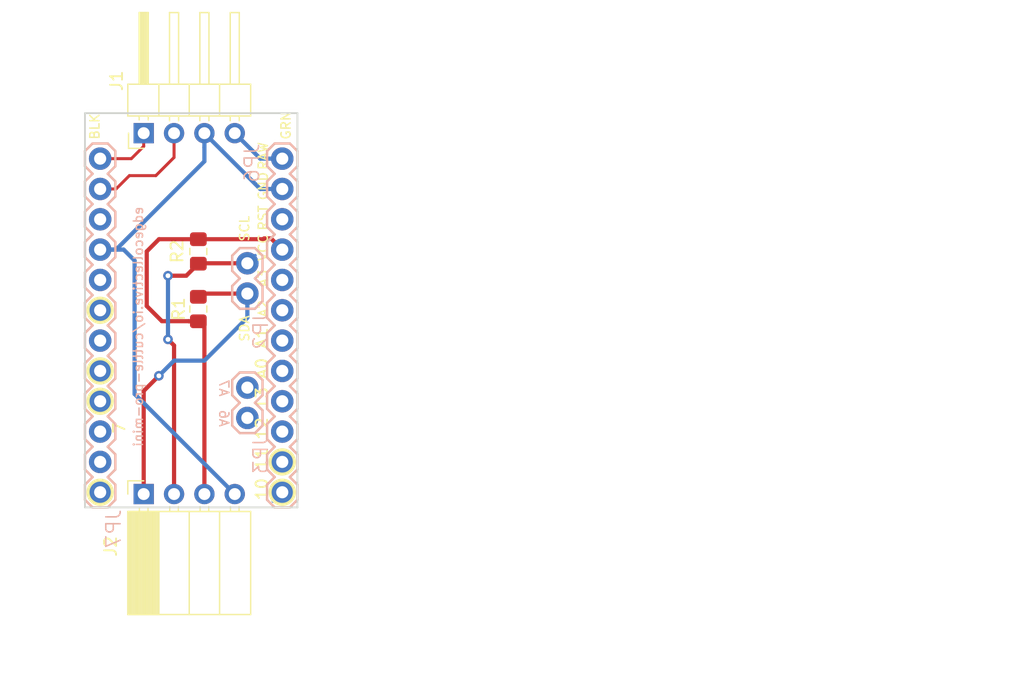
<source format=kicad_pcb>
(kicad_pcb (version 20171130) (host pcbnew 5.0.2-bee76a0~70~ubuntu18.04.1)

  (general
    (thickness 1.6)
    (drawings 38)
    (tracks 66)
    (zones 0)
    (modules 8)
    (nets 9)
  )

  (page A4)
  (layers
    (0 Top signal)
    (31 Bottom signal)
    (32 B.Adhes user)
    (33 F.Adhes user)
    (34 B.Paste user)
    (35 F.Paste user)
    (36 B.SilkS user)
    (37 F.SilkS user)
    (38 B.Mask user)
    (39 F.Mask user)
    (40 Dwgs.User user)
    (41 Cmts.User user)
    (42 Eco1.User user)
    (43 Eco2.User user)
    (44 Edge.Cuts user)
    (45 Margin user)
    (46 B.CrtYd user)
    (47 F.CrtYd user)
    (48 B.Fab user)
    (49 F.Fab user)
  )

  (setup
    (last_trace_width 0.35)
    (user_trace_width 0.35)
    (trace_clearance 0.2)
    (zone_clearance 0.508)
    (zone_45_only no)
    (trace_min 0.2)
    (segment_width 0.2)
    (edge_width 0.15)
    (via_size 0.8)
    (via_drill 0.4)
    (via_min_size 0.4)
    (via_min_drill 0.3)
    (uvia_size 0.3)
    (uvia_drill 0.1)
    (uvias_allowed no)
    (uvia_min_size 0.2)
    (uvia_min_drill 0.1)
    (pcb_text_width 0.3)
    (pcb_text_size 1.5 1.5)
    (mod_edge_width 0.15)
    (mod_text_size 1 1)
    (mod_text_width 0.15)
    (pad_size 1.524 1.524)
    (pad_drill 0.762)
    (pad_to_mask_clearance 0.051)
    (solder_mask_min_width 0.25)
    (aux_axis_origin 0 0)
    (visible_elements FFFFFF7F)
    (pcbplotparams
      (layerselection 0x010fc_ffffffff)
      (usegerberextensions false)
      (usegerberattributes false)
      (usegerberadvancedattributes false)
      (creategerberjobfile false)
      (excludeedgelayer true)
      (linewidth 0.100000)
      (plotframeref false)
      (viasonmask false)
      (mode 1)
      (useauxorigin false)
      (hpglpennumber 1)
      (hpglpenspeed 20)
      (hpglpendiameter 15.000000)
      (psnegative false)
      (psa4output false)
      (plotreference true)
      (plotvalue true)
      (plotinvisibletext false)
      (padsonsilk false)
      (subtractmaskfromsilk false)
      (outputformat 1)
      (mirror false)
      (drillshape 1)
      (scaleselection 1)
      (outputdirectory ""))
  )

  (net 0 "")
  (net 1 GND)
  (net 2 3.3V)
  (net 3 /RESET)
  (net 4 RX)
  (net 5 TX)
  (net 6 SDA)
  (net 7 SCL)
  (net 8 VIN)

  (net_class Default "This is the default net class."
    (clearance 0.2)
    (trace_width 0.25)
    (via_dia 0.8)
    (via_drill 0.4)
    (uvia_dia 0.3)
    (uvia_drill 0.1)
    (add_net /RESET)
    (add_net 3.3V)
    (add_net GND)
    (add_net RX)
    (add_net SCL)
    (add_net SDA)
    (add_net TX)
    (add_net VIN)
  )

  (module Arduino-Pro-Mini:1X12 (layer Bottom) (tedit 5CEB4597) (tstamp 5CEB39D2)
    (at 156.1211 92.3036 270)
    (path /DD40F71C7F37E81D)
    (fp_text reference JP6 (at -1.3462 1.8288 270) (layer B.SilkS)
      (effects (font (size 1.2065 1.2065) (thickness 0.127)) (justify left bottom mirror))
    )
    (fp_text value M12PTH (at -1.27 -3.175 270) (layer B.Fab)
      (effects (font (size 1.2065 1.2065) (thickness 0.1016)) (justify left bottom mirror))
    )
    (fp_poly (pts (xy 27.686 -0.254) (xy 28.194 -0.254) (xy 28.194 0.254) (xy 27.686 0.254)) (layer B.Fab) (width 0))
    (fp_poly (pts (xy 25.146 -0.254) (xy 25.654 -0.254) (xy 25.654 0.254) (xy 25.146 0.254)) (layer B.Fab) (width 0))
    (fp_poly (pts (xy 22.606 -0.254) (xy 23.114 -0.254) (xy 23.114 0.254) (xy 22.606 0.254)) (layer B.Fab) (width 0))
    (fp_poly (pts (xy 20.066 -0.254) (xy 20.574 -0.254) (xy 20.574 0.254) (xy 20.066 0.254)) (layer B.Fab) (width 0))
    (fp_poly (pts (xy 17.526 -0.254) (xy 18.034 -0.254) (xy 18.034 0.254) (xy 17.526 0.254)) (layer B.Fab) (width 0))
    (fp_poly (pts (xy -0.254 -0.254) (xy 0.254 -0.254) (xy 0.254 0.254) (xy -0.254 0.254)) (layer B.Fab) (width 0))
    (fp_poly (pts (xy 2.286 -0.254) (xy 2.794 -0.254) (xy 2.794 0.254) (xy 2.286 0.254)) (layer B.Fab) (width 0))
    (fp_poly (pts (xy 4.826 -0.254) (xy 5.334 -0.254) (xy 5.334 0.254) (xy 4.826 0.254)) (layer B.Fab) (width 0))
    (fp_poly (pts (xy 7.366 -0.254) (xy 7.874 -0.254) (xy 7.874 0.254) (xy 7.366 0.254)) (layer B.Fab) (width 0))
    (fp_poly (pts (xy 9.906 -0.254) (xy 10.414 -0.254) (xy 10.414 0.254) (xy 9.906 0.254)) (layer B.Fab) (width 0))
    (fp_poly (pts (xy 12.446 -0.254) (xy 12.954 -0.254) (xy 12.954 0.254) (xy 12.446 0.254)) (layer B.Fab) (width 0))
    (fp_poly (pts (xy 14.986 -0.254) (xy 15.494 -0.254) (xy 15.494 0.254) (xy 14.986 0.254)) (layer B.Fab) (width 0))
    (fp_line (start 28.575 -1.27) (end 27.305 -1.27) (layer B.SilkS) (width 0.2032))
    (fp_line (start 26.67 -0.635) (end 27.305 -1.27) (layer B.SilkS) (width 0.2032))
    (fp_line (start 27.305 1.27) (end 26.67 0.635) (layer B.SilkS) (width 0.2032))
    (fp_line (start 29.21 -0.635) (end 28.575 -1.27) (layer B.SilkS) (width 0.2032))
    (fp_line (start 29.21 0.635) (end 29.21 -0.635) (layer B.SilkS) (width 0.2032))
    (fp_line (start 28.575 1.27) (end 29.21 0.635) (layer B.SilkS) (width 0.2032))
    (fp_line (start 27.305 1.27) (end 28.575 1.27) (layer B.SilkS) (width 0.2032))
    (fp_line (start 26.035 -1.27) (end 24.765 -1.27) (layer B.SilkS) (width 0.2032))
    (fp_line (start 24.13 -0.635) (end 24.765 -1.27) (layer B.SilkS) (width 0.2032))
    (fp_line (start 24.765 1.27) (end 24.13 0.635) (layer B.SilkS) (width 0.2032))
    (fp_line (start 26.67 -0.635) (end 26.035 -1.27) (layer B.SilkS) (width 0.2032))
    (fp_line (start 26.035 1.27) (end 26.67 0.635) (layer B.SilkS) (width 0.2032))
    (fp_line (start 24.765 1.27) (end 26.035 1.27) (layer B.SilkS) (width 0.2032))
    (fp_line (start 23.495 -1.27) (end 22.225 -1.27) (layer B.SilkS) (width 0.2032))
    (fp_line (start 21.59 -0.635) (end 22.225 -1.27) (layer B.SilkS) (width 0.2032))
    (fp_line (start 22.225 1.27) (end 21.59 0.635) (layer B.SilkS) (width 0.2032))
    (fp_line (start 24.13 -0.635) (end 23.495 -1.27) (layer B.SilkS) (width 0.2032))
    (fp_line (start 23.495 1.27) (end 24.13 0.635) (layer B.SilkS) (width 0.2032))
    (fp_line (start 22.225 1.27) (end 23.495 1.27) (layer B.SilkS) (width 0.2032))
    (fp_line (start 20.955 -1.27) (end 19.685 -1.27) (layer B.SilkS) (width 0.2032))
    (fp_line (start 19.05 -0.635) (end 19.685 -1.27) (layer B.SilkS) (width 0.2032))
    (fp_line (start 19.685 1.27) (end 19.05 0.635) (layer B.SilkS) (width 0.2032))
    (fp_line (start 21.59 -0.635) (end 20.955 -1.27) (layer B.SilkS) (width 0.2032))
    (fp_line (start 20.955 1.27) (end 21.59 0.635) (layer B.SilkS) (width 0.2032))
    (fp_line (start 19.685 1.27) (end 20.955 1.27) (layer B.SilkS) (width 0.2032))
    (fp_line (start 18.415 -1.27) (end 17.145 -1.27) (layer B.SilkS) (width 0.2032))
    (fp_line (start 16.51 -0.635) (end 17.145 -1.27) (layer B.SilkS) (width 0.2032))
    (fp_line (start 17.145 1.27) (end 16.51 0.635) (layer B.SilkS) (width 0.2032))
    (fp_line (start 19.05 -0.635) (end 18.415 -1.27) (layer B.SilkS) (width 0.2032))
    (fp_line (start 18.415 1.27) (end 19.05 0.635) (layer B.SilkS) (width 0.2032))
    (fp_line (start 17.145 1.27) (end 18.415 1.27) (layer B.SilkS) (width 0.2032))
    (fp_line (start 0.635 -1.27) (end -0.635 -1.27) (layer B.SilkS) (width 0.2032))
    (fp_line (start -1.27 -0.635) (end -0.635 -1.27) (layer B.SilkS) (width 0.2032))
    (fp_line (start -0.635 1.27) (end -1.27 0.635) (layer B.SilkS) (width 0.2032))
    (fp_line (start -1.27 0.635) (end -1.27 -0.635) (layer B.SilkS) (width 0.2032))
    (fp_line (start 1.905 -1.27) (end 1.27 -0.635) (layer B.SilkS) (width 0.2032))
    (fp_line (start 3.175 -1.27) (end 1.905 -1.27) (layer B.SilkS) (width 0.2032))
    (fp_line (start 3.81 -0.635) (end 3.175 -1.27) (layer B.SilkS) (width 0.2032))
    (fp_line (start 3.175 1.27) (end 3.81 0.635) (layer B.SilkS) (width 0.2032))
    (fp_line (start 1.905 1.27) (end 3.175 1.27) (layer B.SilkS) (width 0.2032))
    (fp_line (start 1.27 0.635) (end 1.905 1.27) (layer B.SilkS) (width 0.2032))
    (fp_line (start 1.27 -0.635) (end 0.635 -1.27) (layer B.SilkS) (width 0.2032))
    (fp_line (start 0.635 1.27) (end 1.27 0.635) (layer B.SilkS) (width 0.2032))
    (fp_line (start -0.635 1.27) (end 0.635 1.27) (layer B.SilkS) (width 0.2032))
    (fp_line (start 8.255 -1.27) (end 6.985 -1.27) (layer B.SilkS) (width 0.2032))
    (fp_line (start 6.35 -0.635) (end 6.985 -1.27) (layer B.SilkS) (width 0.2032))
    (fp_line (start 6.985 1.27) (end 6.35 0.635) (layer B.SilkS) (width 0.2032))
    (fp_line (start 4.445 -1.27) (end 3.81 -0.635) (layer B.SilkS) (width 0.2032))
    (fp_line (start 5.715 -1.27) (end 4.445 -1.27) (layer B.SilkS) (width 0.2032))
    (fp_line (start 6.35 -0.635) (end 5.715 -1.27) (layer B.SilkS) (width 0.2032))
    (fp_line (start 5.715 1.27) (end 6.35 0.635) (layer B.SilkS) (width 0.2032))
    (fp_line (start 4.445 1.27) (end 5.715 1.27) (layer B.SilkS) (width 0.2032))
    (fp_line (start 3.81 0.635) (end 4.445 1.27) (layer B.SilkS) (width 0.2032))
    (fp_line (start 9.525 -1.27) (end 8.89 -0.635) (layer B.SilkS) (width 0.2032))
    (fp_line (start 10.795 -1.27) (end 9.525 -1.27) (layer B.SilkS) (width 0.2032))
    (fp_line (start 11.43 -0.635) (end 10.795 -1.27) (layer B.SilkS) (width 0.2032))
    (fp_line (start 10.795 1.27) (end 11.43 0.635) (layer B.SilkS) (width 0.2032))
    (fp_line (start 9.525 1.27) (end 10.795 1.27) (layer B.SilkS) (width 0.2032))
    (fp_line (start 8.89 0.635) (end 9.525 1.27) (layer B.SilkS) (width 0.2032))
    (fp_line (start 8.89 -0.635) (end 8.255 -1.27) (layer B.SilkS) (width 0.2032))
    (fp_line (start 8.255 1.27) (end 8.89 0.635) (layer B.SilkS) (width 0.2032))
    (fp_line (start 6.985 1.27) (end 8.255 1.27) (layer B.SilkS) (width 0.2032))
    (fp_line (start 15.875 -1.27) (end 14.605 -1.27) (layer B.SilkS) (width 0.2032))
    (fp_line (start 13.97 -0.635) (end 14.605 -1.27) (layer B.SilkS) (width 0.2032))
    (fp_line (start 14.605 1.27) (end 13.97 0.635) (layer B.SilkS) (width 0.2032))
    (fp_line (start 12.065 -1.27) (end 11.43 -0.635) (layer B.SilkS) (width 0.2032))
    (fp_line (start 13.335 -1.27) (end 12.065 -1.27) (layer B.SilkS) (width 0.2032))
    (fp_line (start 13.97 -0.635) (end 13.335 -1.27) (layer B.SilkS) (width 0.2032))
    (fp_line (start 13.335 1.27) (end 13.97 0.635) (layer B.SilkS) (width 0.2032))
    (fp_line (start 12.065 1.27) (end 13.335 1.27) (layer B.SilkS) (width 0.2032))
    (fp_line (start 11.43 0.635) (end 12.065 1.27) (layer B.SilkS) (width 0.2032))
    (fp_line (start 16.51 -0.635) (end 15.875 -1.27) (layer B.SilkS) (width 0.2032))
    (fp_line (start 15.875 1.27) (end 16.51 0.635) (layer B.SilkS) (width 0.2032))
    (fp_line (start 14.605 1.27) (end 15.875 1.27) (layer B.SilkS) (width 0.2032))
    (pad 12 thru_hole circle (at 27.94 0 180) (size 1.8796 1.8796) (drill 1.016) (layers *.Cu *.Mask)
      (solder_mask_margin 0.1016))
    (pad 11 thru_hole circle (at 25.4 0 180) (size 1.8796 1.8796) (drill 1.016) (layers *.Cu *.Mask)
      (solder_mask_margin 0.1016))
    (pad 10 thru_hole circle (at 22.86 0 180) (size 1.8796 1.8796) (drill 1.016) (layers *.Cu *.Mask)
      (solder_mask_margin 0.1016))
    (pad 9 thru_hole circle (at 20.32 0 180) (size 1.8796 1.8796) (drill 1.016) (layers *.Cu *.Mask)
      (solder_mask_margin 0.1016))
    (pad 8 thru_hole circle (at 17.78 0 180) (size 1.8796 1.8796) (drill 1.016) (layers *.Cu *.Mask)
      (solder_mask_margin 0.1016))
    (pad 7 thru_hole circle (at 15.24 0 180) (size 1.8796 1.8796) (drill 1.016) (layers *.Cu *.Mask)
      (solder_mask_margin 0.1016))
    (pad 6 thru_hole circle (at 12.7 0 180) (size 1.8796 1.8796) (drill 1.016) (layers *.Cu *.Mask)
      (solder_mask_margin 0.1016))
    (pad 5 thru_hole circle (at 10.16 0 180) (size 1.8796 1.8796) (drill 1.016) (layers *.Cu *.Mask)
      (solder_mask_margin 0.1016))
    (pad 4 thru_hole circle (at 7.62 0 180) (size 1.8796 1.8796) (drill 1.016) (layers *.Cu *.Mask)
      (net 2 3.3V) (solder_mask_margin 0.1016))
    (pad 3 thru_hole circle (at 5.08 0 180) (size 1.8796 1.8796) (drill 1.016) (layers *.Cu *.Mask)
      (net 3 /RESET) (solder_mask_margin 0.1016))
    (pad 2 thru_hole circle (at 2.54 0 180) (size 1.8796 1.8796) (drill 1.016) (layers *.Cu *.Mask)
      (net 1 GND) (solder_mask_margin 0.1016))
    (pad 1 thru_hole circle (at 0 0 180) (size 1.8796 1.8796) (drill 1.016) (layers *.Cu *.Mask)
      (net 8 VIN) (solder_mask_margin 0.1016))
  )

  (module Arduino-Pro-Mini:1X12 (layer Bottom) (tedit 0) (tstamp 5CEB3A37)
    (at 140.8811 120.2436 90)
    (path /72C1CFEF600E0B9C)
    (fp_text reference JP7 (at -1.3462 1.8288 90) (layer B.SilkS)
      (effects (font (size 1.2065 1.2065) (thickness 0.127)) (justify left bottom mirror))
    )
    (fp_text value M12PTH (at -1.27 -3.175 90) (layer B.Fab)
      (effects (font (size 1.2065 1.2065) (thickness 0.1016)) (justify left bottom mirror))
    )
    (fp_poly (pts (xy 27.686 -0.254) (xy 28.194 -0.254) (xy 28.194 0.254) (xy 27.686 0.254)) (layer B.Fab) (width 0))
    (fp_poly (pts (xy 25.146 -0.254) (xy 25.654 -0.254) (xy 25.654 0.254) (xy 25.146 0.254)) (layer B.Fab) (width 0))
    (fp_poly (pts (xy 22.606 -0.254) (xy 23.114 -0.254) (xy 23.114 0.254) (xy 22.606 0.254)) (layer B.Fab) (width 0))
    (fp_poly (pts (xy 20.066 -0.254) (xy 20.574 -0.254) (xy 20.574 0.254) (xy 20.066 0.254)) (layer B.Fab) (width 0))
    (fp_poly (pts (xy 17.526 -0.254) (xy 18.034 -0.254) (xy 18.034 0.254) (xy 17.526 0.254)) (layer B.Fab) (width 0))
    (fp_poly (pts (xy -0.254 -0.254) (xy 0.254 -0.254) (xy 0.254 0.254) (xy -0.254 0.254)) (layer B.Fab) (width 0))
    (fp_poly (pts (xy 2.286 -0.254) (xy 2.794 -0.254) (xy 2.794 0.254) (xy 2.286 0.254)) (layer B.Fab) (width 0))
    (fp_poly (pts (xy 4.826 -0.254) (xy 5.334 -0.254) (xy 5.334 0.254) (xy 4.826 0.254)) (layer B.Fab) (width 0))
    (fp_poly (pts (xy 7.366 -0.254) (xy 7.874 -0.254) (xy 7.874 0.254) (xy 7.366 0.254)) (layer B.Fab) (width 0))
    (fp_poly (pts (xy 9.906 -0.254) (xy 10.414 -0.254) (xy 10.414 0.254) (xy 9.906 0.254)) (layer B.Fab) (width 0))
    (fp_poly (pts (xy 12.446 -0.254) (xy 12.954 -0.254) (xy 12.954 0.254) (xy 12.446 0.254)) (layer B.Fab) (width 0))
    (fp_poly (pts (xy 14.986 -0.254) (xy 15.494 -0.254) (xy 15.494 0.254) (xy 14.986 0.254)) (layer B.Fab) (width 0))
    (fp_line (start 28.575 -1.27) (end 27.305 -1.27) (layer B.SilkS) (width 0.2032))
    (fp_line (start 26.67 -0.635) (end 27.305 -1.27) (layer B.SilkS) (width 0.2032))
    (fp_line (start 27.305 1.27) (end 26.67 0.635) (layer B.SilkS) (width 0.2032))
    (fp_line (start 29.21 -0.635) (end 28.575 -1.27) (layer B.SilkS) (width 0.2032))
    (fp_line (start 29.21 0.635) (end 29.21 -0.635) (layer B.SilkS) (width 0.2032))
    (fp_line (start 28.575 1.27) (end 29.21 0.635) (layer B.SilkS) (width 0.2032))
    (fp_line (start 27.305 1.27) (end 28.575 1.27) (layer B.SilkS) (width 0.2032))
    (fp_line (start 26.035 -1.27) (end 24.765 -1.27) (layer B.SilkS) (width 0.2032))
    (fp_line (start 24.13 -0.635) (end 24.765 -1.27) (layer B.SilkS) (width 0.2032))
    (fp_line (start 24.765 1.27) (end 24.13 0.635) (layer B.SilkS) (width 0.2032))
    (fp_line (start 26.67 -0.635) (end 26.035 -1.27) (layer B.SilkS) (width 0.2032))
    (fp_line (start 26.035 1.27) (end 26.67 0.635) (layer B.SilkS) (width 0.2032))
    (fp_line (start 24.765 1.27) (end 26.035 1.27) (layer B.SilkS) (width 0.2032))
    (fp_line (start 23.495 -1.27) (end 22.225 -1.27) (layer B.SilkS) (width 0.2032))
    (fp_line (start 21.59 -0.635) (end 22.225 -1.27) (layer B.SilkS) (width 0.2032))
    (fp_line (start 22.225 1.27) (end 21.59 0.635) (layer B.SilkS) (width 0.2032))
    (fp_line (start 24.13 -0.635) (end 23.495 -1.27) (layer B.SilkS) (width 0.2032))
    (fp_line (start 23.495 1.27) (end 24.13 0.635) (layer B.SilkS) (width 0.2032))
    (fp_line (start 22.225 1.27) (end 23.495 1.27) (layer B.SilkS) (width 0.2032))
    (fp_line (start 20.955 -1.27) (end 19.685 -1.27) (layer B.SilkS) (width 0.2032))
    (fp_line (start 19.05 -0.635) (end 19.685 -1.27) (layer B.SilkS) (width 0.2032))
    (fp_line (start 19.685 1.27) (end 19.05 0.635) (layer B.SilkS) (width 0.2032))
    (fp_line (start 21.59 -0.635) (end 20.955 -1.27) (layer B.SilkS) (width 0.2032))
    (fp_line (start 20.955 1.27) (end 21.59 0.635) (layer B.SilkS) (width 0.2032))
    (fp_line (start 19.685 1.27) (end 20.955 1.27) (layer B.SilkS) (width 0.2032))
    (fp_line (start 18.415 -1.27) (end 17.145 -1.27) (layer B.SilkS) (width 0.2032))
    (fp_line (start 16.51 -0.635) (end 17.145 -1.27) (layer B.SilkS) (width 0.2032))
    (fp_line (start 17.145 1.27) (end 16.51 0.635) (layer B.SilkS) (width 0.2032))
    (fp_line (start 19.05 -0.635) (end 18.415 -1.27) (layer B.SilkS) (width 0.2032))
    (fp_line (start 18.415 1.27) (end 19.05 0.635) (layer B.SilkS) (width 0.2032))
    (fp_line (start 17.145 1.27) (end 18.415 1.27) (layer B.SilkS) (width 0.2032))
    (fp_line (start 0.635 -1.27) (end -0.635 -1.27) (layer B.SilkS) (width 0.2032))
    (fp_line (start -1.27 -0.635) (end -0.635 -1.27) (layer B.SilkS) (width 0.2032))
    (fp_line (start -0.635 1.27) (end -1.27 0.635) (layer B.SilkS) (width 0.2032))
    (fp_line (start -1.27 0.635) (end -1.27 -0.635) (layer B.SilkS) (width 0.2032))
    (fp_line (start 1.905 -1.27) (end 1.27 -0.635) (layer B.SilkS) (width 0.2032))
    (fp_line (start 3.175 -1.27) (end 1.905 -1.27) (layer B.SilkS) (width 0.2032))
    (fp_line (start 3.81 -0.635) (end 3.175 -1.27) (layer B.SilkS) (width 0.2032))
    (fp_line (start 3.175 1.27) (end 3.81 0.635) (layer B.SilkS) (width 0.2032))
    (fp_line (start 1.905 1.27) (end 3.175 1.27) (layer B.SilkS) (width 0.2032))
    (fp_line (start 1.27 0.635) (end 1.905 1.27) (layer B.SilkS) (width 0.2032))
    (fp_line (start 1.27 -0.635) (end 0.635 -1.27) (layer B.SilkS) (width 0.2032))
    (fp_line (start 0.635 1.27) (end 1.27 0.635) (layer B.SilkS) (width 0.2032))
    (fp_line (start -0.635 1.27) (end 0.635 1.27) (layer B.SilkS) (width 0.2032))
    (fp_line (start 8.255 -1.27) (end 6.985 -1.27) (layer B.SilkS) (width 0.2032))
    (fp_line (start 6.35 -0.635) (end 6.985 -1.27) (layer B.SilkS) (width 0.2032))
    (fp_line (start 6.985 1.27) (end 6.35 0.635) (layer B.SilkS) (width 0.2032))
    (fp_line (start 4.445 -1.27) (end 3.81 -0.635) (layer B.SilkS) (width 0.2032))
    (fp_line (start 5.715 -1.27) (end 4.445 -1.27) (layer B.SilkS) (width 0.2032))
    (fp_line (start 6.35 -0.635) (end 5.715 -1.27) (layer B.SilkS) (width 0.2032))
    (fp_line (start 5.715 1.27) (end 6.35 0.635) (layer B.SilkS) (width 0.2032))
    (fp_line (start 4.445 1.27) (end 5.715 1.27) (layer B.SilkS) (width 0.2032))
    (fp_line (start 3.81 0.635) (end 4.445 1.27) (layer B.SilkS) (width 0.2032))
    (fp_line (start 9.525 -1.27) (end 8.89 -0.635) (layer B.SilkS) (width 0.2032))
    (fp_line (start 10.795 -1.27) (end 9.525 -1.27) (layer B.SilkS) (width 0.2032))
    (fp_line (start 11.43 -0.635) (end 10.795 -1.27) (layer B.SilkS) (width 0.2032))
    (fp_line (start 10.795 1.27) (end 11.43 0.635) (layer B.SilkS) (width 0.2032))
    (fp_line (start 9.525 1.27) (end 10.795 1.27) (layer B.SilkS) (width 0.2032))
    (fp_line (start 8.89 0.635) (end 9.525 1.27) (layer B.SilkS) (width 0.2032))
    (fp_line (start 8.89 -0.635) (end 8.255 -1.27) (layer B.SilkS) (width 0.2032))
    (fp_line (start 8.255 1.27) (end 8.89 0.635) (layer B.SilkS) (width 0.2032))
    (fp_line (start 6.985 1.27) (end 8.255 1.27) (layer B.SilkS) (width 0.2032))
    (fp_line (start 15.875 -1.27) (end 14.605 -1.27) (layer B.SilkS) (width 0.2032))
    (fp_line (start 13.97 -0.635) (end 14.605 -1.27) (layer B.SilkS) (width 0.2032))
    (fp_line (start 14.605 1.27) (end 13.97 0.635) (layer B.SilkS) (width 0.2032))
    (fp_line (start 12.065 -1.27) (end 11.43 -0.635) (layer B.SilkS) (width 0.2032))
    (fp_line (start 13.335 -1.27) (end 12.065 -1.27) (layer B.SilkS) (width 0.2032))
    (fp_line (start 13.97 -0.635) (end 13.335 -1.27) (layer B.SilkS) (width 0.2032))
    (fp_line (start 13.335 1.27) (end 13.97 0.635) (layer B.SilkS) (width 0.2032))
    (fp_line (start 12.065 1.27) (end 13.335 1.27) (layer B.SilkS) (width 0.2032))
    (fp_line (start 11.43 0.635) (end 12.065 1.27) (layer B.SilkS) (width 0.2032))
    (fp_line (start 16.51 -0.635) (end 15.875 -1.27) (layer B.SilkS) (width 0.2032))
    (fp_line (start 15.875 1.27) (end 16.51 0.635) (layer B.SilkS) (width 0.2032))
    (fp_line (start 14.605 1.27) (end 15.875 1.27) (layer B.SilkS) (width 0.2032))
    (pad 12 thru_hole circle (at 27.94 0) (size 1.8796 1.8796) (drill 1.016) (layers *.Cu *.Mask)
      (net 5 TX) (solder_mask_margin 0.1016))
    (pad 11 thru_hole circle (at 25.4 0) (size 1.8796 1.8796) (drill 1.016) (layers *.Cu *.Mask)
      (net 4 RX) (solder_mask_margin 0.1016))
    (pad 10 thru_hole circle (at 22.86 0) (size 1.8796 1.8796) (drill 1.016) (layers *.Cu *.Mask)
      (net 3 /RESET) (solder_mask_margin 0.1016))
    (pad 9 thru_hole circle (at 20.32 0) (size 1.8796 1.8796) (drill 1.016) (layers *.Cu *.Mask)
      (net 1 GND) (solder_mask_margin 0.1016))
    (pad 8 thru_hole circle (at 17.78 0) (size 1.8796 1.8796) (drill 1.016) (layers *.Cu *.Mask)
      (solder_mask_margin 0.1016))
    (pad 7 thru_hole circle (at 15.24 0) (size 1.8796 1.8796) (drill 1.016) (layers *.Cu *.Mask)
      (solder_mask_margin 0.1016))
    (pad 6 thru_hole circle (at 12.7 0) (size 1.8796 1.8796) (drill 1.016) (layers *.Cu *.Mask)
      (solder_mask_margin 0.1016))
    (pad 5 thru_hole circle (at 10.16 0) (size 1.8796 1.8796) (drill 1.016) (layers *.Cu *.Mask)
      (solder_mask_margin 0.1016))
    (pad 4 thru_hole circle (at 7.62 0) (size 1.8796 1.8796) (drill 1.016) (layers *.Cu *.Mask)
      (solder_mask_margin 0.1016))
    (pad 3 thru_hole circle (at 5.08 0) (size 1.8796 1.8796) (drill 1.016) (layers *.Cu *.Mask)
      (solder_mask_margin 0.1016))
    (pad 2 thru_hole circle (at 2.54 0) (size 1.8796 1.8796) (drill 1.016) (layers *.Cu *.Mask)
      (solder_mask_margin 0.1016))
    (pad 1 thru_hole circle (at 0 0) (size 1.8796 1.8796) (drill 1.016) (layers *.Cu *.Mask)
      (solder_mask_margin 0.1016))
  )

  (module Arduino-Pro-Mini:1X02 (layer Bottom) (tedit 0) (tstamp 5CEB3AA0)
    (at 153.2001 103.6066 90)
    (path /4804D7FCFA93C76E)
    (fp_text reference JP2 (at -1.3462 1.8288 90) (layer B.SilkS)
      (effects (font (size 1.2065 1.2065) (thickness 0.127)) (justify left bottom mirror))
    )
    (fp_text value M02PTH (at -1.27 -3.175 90) (layer B.Fab)
      (effects (font (size 1.2065 1.2065) (thickness 0.1016)) (justify left bottom mirror))
    )
    (fp_poly (pts (xy -0.254 -0.254) (xy 0.254 -0.254) (xy 0.254 0.254) (xy -0.254 0.254)) (layer B.Fab) (width 0))
    (fp_poly (pts (xy 2.286 -0.254) (xy 2.794 -0.254) (xy 2.794 0.254) (xy 2.286 0.254)) (layer B.Fab) (width 0))
    (fp_line (start 3.81 0.635) (end 3.81 -0.635) (layer B.SilkS) (width 0.2032))
    (fp_line (start 0.635 -1.27) (end -0.635 -1.27) (layer B.SilkS) (width 0.2032))
    (fp_line (start -1.27 -0.635) (end -0.635 -1.27) (layer B.SilkS) (width 0.2032))
    (fp_line (start -0.635 1.27) (end -1.27 0.635) (layer B.SilkS) (width 0.2032))
    (fp_line (start -1.27 0.635) (end -1.27 -0.635) (layer B.SilkS) (width 0.2032))
    (fp_line (start 1.905 -1.27) (end 1.27 -0.635) (layer B.SilkS) (width 0.2032))
    (fp_line (start 3.175 -1.27) (end 1.905 -1.27) (layer B.SilkS) (width 0.2032))
    (fp_line (start 3.81 -0.635) (end 3.175 -1.27) (layer B.SilkS) (width 0.2032))
    (fp_line (start 3.175 1.27) (end 3.81 0.635) (layer B.SilkS) (width 0.2032))
    (fp_line (start 1.905 1.27) (end 3.175 1.27) (layer B.SilkS) (width 0.2032))
    (fp_line (start 1.27 0.635) (end 1.905 1.27) (layer B.SilkS) (width 0.2032))
    (fp_line (start 1.27 -0.635) (end 0.635 -1.27) (layer B.SilkS) (width 0.2032))
    (fp_line (start 0.635 1.27) (end 1.27 0.635) (layer B.SilkS) (width 0.2032))
    (fp_line (start -0.635 1.27) (end 0.635 1.27) (layer B.SilkS) (width 0.2032))
    (pad 2 thru_hole circle (at 2.54 0) (size 1.8796 1.8796) (drill 1.016) (layers *.Cu *.Mask)
      (net 7 SCL) (solder_mask_margin 0.1016))
    (pad 1 thru_hole circle (at 0 0) (size 1.8796 1.8796) (drill 1.016) (layers *.Cu *.Mask)
      (net 6 SDA) (solder_mask_margin 0.1016))
  )

  (module Arduino-Pro-Mini:1X02 (layer Bottom) (tedit 0) (tstamp 5CEB3B94)
    (at 153.2001 114.0206 90)
    (path /CD71B194ACD8E5B6)
    (fp_text reference JP3 (at -1.3462 1.8288 90) (layer B.SilkS)
      (effects (font (size 1.2065 1.2065) (thickness 0.127)) (justify left bottom mirror))
    )
    (fp_text value M02PTH (at -1.27 -3.175 90) (layer B.Fab)
      (effects (font (size 1.2065 1.2065) (thickness 0.1016)) (justify left bottom mirror))
    )
    (fp_poly (pts (xy -0.254 -0.254) (xy 0.254 -0.254) (xy 0.254 0.254) (xy -0.254 0.254)) (layer B.Fab) (width 0))
    (fp_poly (pts (xy 2.286 -0.254) (xy 2.794 -0.254) (xy 2.794 0.254) (xy 2.286 0.254)) (layer B.Fab) (width 0))
    (fp_line (start 3.81 0.635) (end 3.81 -0.635) (layer B.SilkS) (width 0.2032))
    (fp_line (start 0.635 -1.27) (end -0.635 -1.27) (layer B.SilkS) (width 0.2032))
    (fp_line (start -1.27 -0.635) (end -0.635 -1.27) (layer B.SilkS) (width 0.2032))
    (fp_line (start -0.635 1.27) (end -1.27 0.635) (layer B.SilkS) (width 0.2032))
    (fp_line (start -1.27 0.635) (end -1.27 -0.635) (layer B.SilkS) (width 0.2032))
    (fp_line (start 1.905 -1.27) (end 1.27 -0.635) (layer B.SilkS) (width 0.2032))
    (fp_line (start 3.175 -1.27) (end 1.905 -1.27) (layer B.SilkS) (width 0.2032))
    (fp_line (start 3.81 -0.635) (end 3.175 -1.27) (layer B.SilkS) (width 0.2032))
    (fp_line (start 3.175 1.27) (end 3.81 0.635) (layer B.SilkS) (width 0.2032))
    (fp_line (start 1.905 1.27) (end 3.175 1.27) (layer B.SilkS) (width 0.2032))
    (fp_line (start 1.27 0.635) (end 1.905 1.27) (layer B.SilkS) (width 0.2032))
    (fp_line (start 1.27 -0.635) (end 0.635 -1.27) (layer B.SilkS) (width 0.2032))
    (fp_line (start 0.635 1.27) (end 1.27 0.635) (layer B.SilkS) (width 0.2032))
    (fp_line (start -0.635 1.27) (end 0.635 1.27) (layer B.SilkS) (width 0.2032))
    (pad 2 thru_hole circle (at 2.54 0) (size 1.8796 1.8796) (drill 1.016) (layers *.Cu *.Mask)
      (solder_mask_margin 0.1016))
    (pad 1 thru_hole circle (at 0 0) (size 1.8796 1.8796) (drill 1.016) (layers *.Cu *.Mask)
      (solder_mask_margin 0.1016))
  )

  (module Connector_PinHeader_2.54mm:PinHeader_1x04_P2.54mm_Horizontal (layer Top) (tedit 59FED5CB) (tstamp 5CF82515)
    (at 144.526 90.17 90)
    (descr "Through hole angled pin header, 1x04, 2.54mm pitch, 6mm pin length, single row")
    (tags "Through hole angled pin header THT 1x04 2.54mm single row")
    (path /5CED2435)
    (fp_text reference J1 (at 4.385 -2.27 90) (layer F.SilkS)
      (effects (font (size 1 1) (thickness 0.15)))
    )
    (fp_text value Conn_01x04_Male (at 4.385 9.89 90) (layer F.Fab)
      (effects (font (size 1 1) (thickness 0.15)))
    )
    (fp_line (start 2.135 -1.27) (end 4.04 -1.27) (layer F.Fab) (width 0.1))
    (fp_line (start 4.04 -1.27) (end 4.04 8.89) (layer F.Fab) (width 0.1))
    (fp_line (start 4.04 8.89) (end 1.5 8.89) (layer F.Fab) (width 0.1))
    (fp_line (start 1.5 8.89) (end 1.5 -0.635) (layer F.Fab) (width 0.1))
    (fp_line (start 1.5 -0.635) (end 2.135 -1.27) (layer F.Fab) (width 0.1))
    (fp_line (start -0.32 -0.32) (end 1.5 -0.32) (layer F.Fab) (width 0.1))
    (fp_line (start -0.32 -0.32) (end -0.32 0.32) (layer F.Fab) (width 0.1))
    (fp_line (start -0.32 0.32) (end 1.5 0.32) (layer F.Fab) (width 0.1))
    (fp_line (start 4.04 -0.32) (end 10.04 -0.32) (layer F.Fab) (width 0.1))
    (fp_line (start 10.04 -0.32) (end 10.04 0.32) (layer F.Fab) (width 0.1))
    (fp_line (start 4.04 0.32) (end 10.04 0.32) (layer F.Fab) (width 0.1))
    (fp_line (start -0.32 2.22) (end 1.5 2.22) (layer F.Fab) (width 0.1))
    (fp_line (start -0.32 2.22) (end -0.32 2.86) (layer F.Fab) (width 0.1))
    (fp_line (start -0.32 2.86) (end 1.5 2.86) (layer F.Fab) (width 0.1))
    (fp_line (start 4.04 2.22) (end 10.04 2.22) (layer F.Fab) (width 0.1))
    (fp_line (start 10.04 2.22) (end 10.04 2.86) (layer F.Fab) (width 0.1))
    (fp_line (start 4.04 2.86) (end 10.04 2.86) (layer F.Fab) (width 0.1))
    (fp_line (start -0.32 4.76) (end 1.5 4.76) (layer F.Fab) (width 0.1))
    (fp_line (start -0.32 4.76) (end -0.32 5.4) (layer F.Fab) (width 0.1))
    (fp_line (start -0.32 5.4) (end 1.5 5.4) (layer F.Fab) (width 0.1))
    (fp_line (start 4.04 4.76) (end 10.04 4.76) (layer F.Fab) (width 0.1))
    (fp_line (start 10.04 4.76) (end 10.04 5.4) (layer F.Fab) (width 0.1))
    (fp_line (start 4.04 5.4) (end 10.04 5.4) (layer F.Fab) (width 0.1))
    (fp_line (start -0.32 7.3) (end 1.5 7.3) (layer F.Fab) (width 0.1))
    (fp_line (start -0.32 7.3) (end -0.32 7.94) (layer F.Fab) (width 0.1))
    (fp_line (start -0.32 7.94) (end 1.5 7.94) (layer F.Fab) (width 0.1))
    (fp_line (start 4.04 7.3) (end 10.04 7.3) (layer F.Fab) (width 0.1))
    (fp_line (start 10.04 7.3) (end 10.04 7.94) (layer F.Fab) (width 0.1))
    (fp_line (start 4.04 7.94) (end 10.04 7.94) (layer F.Fab) (width 0.1))
    (fp_line (start 1.44 -1.33) (end 1.44 8.95) (layer F.SilkS) (width 0.12))
    (fp_line (start 1.44 8.95) (end 4.1 8.95) (layer F.SilkS) (width 0.12))
    (fp_line (start 4.1 8.95) (end 4.1 -1.33) (layer F.SilkS) (width 0.12))
    (fp_line (start 4.1 -1.33) (end 1.44 -1.33) (layer F.SilkS) (width 0.12))
    (fp_line (start 4.1 -0.38) (end 10.1 -0.38) (layer F.SilkS) (width 0.12))
    (fp_line (start 10.1 -0.38) (end 10.1 0.38) (layer F.SilkS) (width 0.12))
    (fp_line (start 10.1 0.38) (end 4.1 0.38) (layer F.SilkS) (width 0.12))
    (fp_line (start 4.1 -0.32) (end 10.1 -0.32) (layer F.SilkS) (width 0.12))
    (fp_line (start 4.1 -0.2) (end 10.1 -0.2) (layer F.SilkS) (width 0.12))
    (fp_line (start 4.1 -0.08) (end 10.1 -0.08) (layer F.SilkS) (width 0.12))
    (fp_line (start 4.1 0.04) (end 10.1 0.04) (layer F.SilkS) (width 0.12))
    (fp_line (start 4.1 0.16) (end 10.1 0.16) (layer F.SilkS) (width 0.12))
    (fp_line (start 4.1 0.28) (end 10.1 0.28) (layer F.SilkS) (width 0.12))
    (fp_line (start 1.11 -0.38) (end 1.44 -0.38) (layer F.SilkS) (width 0.12))
    (fp_line (start 1.11 0.38) (end 1.44 0.38) (layer F.SilkS) (width 0.12))
    (fp_line (start 1.44 1.27) (end 4.1 1.27) (layer F.SilkS) (width 0.12))
    (fp_line (start 4.1 2.16) (end 10.1 2.16) (layer F.SilkS) (width 0.12))
    (fp_line (start 10.1 2.16) (end 10.1 2.92) (layer F.SilkS) (width 0.12))
    (fp_line (start 10.1 2.92) (end 4.1 2.92) (layer F.SilkS) (width 0.12))
    (fp_line (start 1.042929 2.16) (end 1.44 2.16) (layer F.SilkS) (width 0.12))
    (fp_line (start 1.042929 2.92) (end 1.44 2.92) (layer F.SilkS) (width 0.12))
    (fp_line (start 1.44 3.81) (end 4.1 3.81) (layer F.SilkS) (width 0.12))
    (fp_line (start 4.1 4.7) (end 10.1 4.7) (layer F.SilkS) (width 0.12))
    (fp_line (start 10.1 4.7) (end 10.1 5.46) (layer F.SilkS) (width 0.12))
    (fp_line (start 10.1 5.46) (end 4.1 5.46) (layer F.SilkS) (width 0.12))
    (fp_line (start 1.042929 4.7) (end 1.44 4.7) (layer F.SilkS) (width 0.12))
    (fp_line (start 1.042929 5.46) (end 1.44 5.46) (layer F.SilkS) (width 0.12))
    (fp_line (start 1.44 6.35) (end 4.1 6.35) (layer F.SilkS) (width 0.12))
    (fp_line (start 4.1 7.24) (end 10.1 7.24) (layer F.SilkS) (width 0.12))
    (fp_line (start 10.1 7.24) (end 10.1 8) (layer F.SilkS) (width 0.12))
    (fp_line (start 10.1 8) (end 4.1 8) (layer F.SilkS) (width 0.12))
    (fp_line (start 1.042929 7.24) (end 1.44 7.24) (layer F.SilkS) (width 0.12))
    (fp_line (start 1.042929 8) (end 1.44 8) (layer F.SilkS) (width 0.12))
    (fp_line (start -1.27 0) (end -1.27 -1.27) (layer F.SilkS) (width 0.12))
    (fp_line (start -1.27 -1.27) (end 0 -1.27) (layer F.SilkS) (width 0.12))
    (fp_line (start -1.8 -1.8) (end -1.8 9.4) (layer F.CrtYd) (width 0.05))
    (fp_line (start -1.8 9.4) (end 10.55 9.4) (layer F.CrtYd) (width 0.05))
    (fp_line (start 10.55 9.4) (end 10.55 -1.8) (layer F.CrtYd) (width 0.05))
    (fp_line (start 10.55 -1.8) (end -1.8 -1.8) (layer F.CrtYd) (width 0.05))
    (fp_text user %R (at 2.77 3.81 180) (layer F.Fab)
      (effects (font (size 1 1) (thickness 0.15)))
    )
    (pad 1 thru_hole rect (at 0 0 90) (size 1.7 1.7) (drill 1) (layers *.Cu *.Mask)
      (net 5 TX))
    (pad 2 thru_hole oval (at 0 2.54 90) (size 1.7 1.7) (drill 1) (layers *.Cu *.Mask)
      (net 4 RX))
    (pad 3 thru_hole oval (at 0 5.08 90) (size 1.7 1.7) (drill 1) (layers *.Cu *.Mask)
      (net 1 GND))
    (pad 4 thru_hole oval (at 0 7.62 90) (size 1.7 1.7) (drill 1) (layers *.Cu *.Mask)
      (net 8 VIN))
    (model ${KISYS3DMOD}/Connector_PinHeader_2.54mm.3dshapes/PinHeader_1x04_P2.54mm_Horizontal.wrl
      (at (xyz 0 0 0))
      (scale (xyz 1 1 1))
      (rotate (xyz 0 0 0))
    )
  )

  (module Connector_PinSocket_2.54mm:PinSocket_1x04_P2.54mm_Horizontal (layer Top) (tedit 5A19A424) (tstamp 5CF82559)
    (at 144.526 120.396 90)
    (descr "Through hole angled socket strip, 1x04, 2.54mm pitch, 8.51mm socket length, single row (from Kicad 4.0.7), script generated")
    (tags "Through hole angled socket strip THT 1x04 2.54mm single row")
    (path /5CEE22A7)
    (fp_text reference J2 (at -4.38 -2.77 90) (layer F.SilkS)
      (effects (font (size 1 1) (thickness 0.15)))
    )
    (fp_text value Conn_01x04_Female (at -4.38 10.39 90) (layer F.Fab)
      (effects (font (size 1 1) (thickness 0.15)))
    )
    (fp_line (start -10.03 -1.27) (end -2.49 -1.27) (layer F.Fab) (width 0.1))
    (fp_line (start -2.49 -1.27) (end -1.52 -0.3) (layer F.Fab) (width 0.1))
    (fp_line (start -1.52 -0.3) (end -1.52 8.89) (layer F.Fab) (width 0.1))
    (fp_line (start -1.52 8.89) (end -10.03 8.89) (layer F.Fab) (width 0.1))
    (fp_line (start -10.03 8.89) (end -10.03 -1.27) (layer F.Fab) (width 0.1))
    (fp_line (start 0 -0.3) (end -1.52 -0.3) (layer F.Fab) (width 0.1))
    (fp_line (start -1.52 0.3) (end 0 0.3) (layer F.Fab) (width 0.1))
    (fp_line (start 0 0.3) (end 0 -0.3) (layer F.Fab) (width 0.1))
    (fp_line (start 0 2.24) (end -1.52 2.24) (layer F.Fab) (width 0.1))
    (fp_line (start -1.52 2.84) (end 0 2.84) (layer F.Fab) (width 0.1))
    (fp_line (start 0 2.84) (end 0 2.24) (layer F.Fab) (width 0.1))
    (fp_line (start 0 4.78) (end -1.52 4.78) (layer F.Fab) (width 0.1))
    (fp_line (start -1.52 5.38) (end 0 5.38) (layer F.Fab) (width 0.1))
    (fp_line (start 0 5.38) (end 0 4.78) (layer F.Fab) (width 0.1))
    (fp_line (start 0 7.32) (end -1.52 7.32) (layer F.Fab) (width 0.1))
    (fp_line (start -1.52 7.92) (end 0 7.92) (layer F.Fab) (width 0.1))
    (fp_line (start 0 7.92) (end 0 7.32) (layer F.Fab) (width 0.1))
    (fp_line (start -10.09 -1.21) (end -1.46 -1.21) (layer F.SilkS) (width 0.12))
    (fp_line (start -10.09 -1.091905) (end -1.46 -1.091905) (layer F.SilkS) (width 0.12))
    (fp_line (start -10.09 -0.97381) (end -1.46 -0.97381) (layer F.SilkS) (width 0.12))
    (fp_line (start -10.09 -0.855715) (end -1.46 -0.855715) (layer F.SilkS) (width 0.12))
    (fp_line (start -10.09 -0.73762) (end -1.46 -0.73762) (layer F.SilkS) (width 0.12))
    (fp_line (start -10.09 -0.619525) (end -1.46 -0.619525) (layer F.SilkS) (width 0.12))
    (fp_line (start -10.09 -0.50143) (end -1.46 -0.50143) (layer F.SilkS) (width 0.12))
    (fp_line (start -10.09 -0.383335) (end -1.46 -0.383335) (layer F.SilkS) (width 0.12))
    (fp_line (start -10.09 -0.26524) (end -1.46 -0.26524) (layer F.SilkS) (width 0.12))
    (fp_line (start -10.09 -0.147145) (end -1.46 -0.147145) (layer F.SilkS) (width 0.12))
    (fp_line (start -10.09 -0.02905) (end -1.46 -0.02905) (layer F.SilkS) (width 0.12))
    (fp_line (start -10.09 0.089045) (end -1.46 0.089045) (layer F.SilkS) (width 0.12))
    (fp_line (start -10.09 0.20714) (end -1.46 0.20714) (layer F.SilkS) (width 0.12))
    (fp_line (start -10.09 0.325235) (end -1.46 0.325235) (layer F.SilkS) (width 0.12))
    (fp_line (start -10.09 0.44333) (end -1.46 0.44333) (layer F.SilkS) (width 0.12))
    (fp_line (start -10.09 0.561425) (end -1.46 0.561425) (layer F.SilkS) (width 0.12))
    (fp_line (start -10.09 0.67952) (end -1.46 0.67952) (layer F.SilkS) (width 0.12))
    (fp_line (start -10.09 0.797615) (end -1.46 0.797615) (layer F.SilkS) (width 0.12))
    (fp_line (start -10.09 0.91571) (end -1.46 0.91571) (layer F.SilkS) (width 0.12))
    (fp_line (start -10.09 1.033805) (end -1.46 1.033805) (layer F.SilkS) (width 0.12))
    (fp_line (start -10.09 1.1519) (end -1.46 1.1519) (layer F.SilkS) (width 0.12))
    (fp_line (start -1.46 -0.36) (end -1.11 -0.36) (layer F.SilkS) (width 0.12))
    (fp_line (start -1.46 0.36) (end -1.11 0.36) (layer F.SilkS) (width 0.12))
    (fp_line (start -1.46 2.18) (end -1.05 2.18) (layer F.SilkS) (width 0.12))
    (fp_line (start -1.46 2.9) (end -1.05 2.9) (layer F.SilkS) (width 0.12))
    (fp_line (start -1.46 4.72) (end -1.05 4.72) (layer F.SilkS) (width 0.12))
    (fp_line (start -1.46 5.44) (end -1.05 5.44) (layer F.SilkS) (width 0.12))
    (fp_line (start -1.46 7.26) (end -1.05 7.26) (layer F.SilkS) (width 0.12))
    (fp_line (start -1.46 7.98) (end -1.05 7.98) (layer F.SilkS) (width 0.12))
    (fp_line (start -10.09 1.27) (end -1.46 1.27) (layer F.SilkS) (width 0.12))
    (fp_line (start -10.09 3.81) (end -1.46 3.81) (layer F.SilkS) (width 0.12))
    (fp_line (start -10.09 6.35) (end -1.46 6.35) (layer F.SilkS) (width 0.12))
    (fp_line (start -10.09 -1.33) (end -1.46 -1.33) (layer F.SilkS) (width 0.12))
    (fp_line (start -1.46 -1.33) (end -1.46 8.95) (layer F.SilkS) (width 0.12))
    (fp_line (start -10.09 8.95) (end -1.46 8.95) (layer F.SilkS) (width 0.12))
    (fp_line (start -10.09 -1.33) (end -10.09 8.95) (layer F.SilkS) (width 0.12))
    (fp_line (start 1.11 -1.33) (end 1.11 0) (layer F.SilkS) (width 0.12))
    (fp_line (start 0 -1.33) (end 1.11 -1.33) (layer F.SilkS) (width 0.12))
    (fp_line (start 1.75 -1.75) (end -10.55 -1.75) (layer F.CrtYd) (width 0.05))
    (fp_line (start -10.55 -1.75) (end -10.55 9.45) (layer F.CrtYd) (width 0.05))
    (fp_line (start -10.55 9.45) (end 1.75 9.45) (layer F.CrtYd) (width 0.05))
    (fp_line (start 1.75 9.45) (end 1.75 -1.75) (layer F.CrtYd) (width 0.05))
    (fp_text user %R (at -5.775 3.81 180) (layer F.Fab)
      (effects (font (size 1 1) (thickness 0.15)))
    )
    (pad 1 thru_hole rect (at 0 0 90) (size 1.7 1.7) (drill 1) (layers *.Cu *.Mask)
      (net 6 SDA))
    (pad 2 thru_hole oval (at 0 2.54 90) (size 1.7 1.7) (drill 1) (layers *.Cu *.Mask)
      (net 7 SCL))
    (pad 3 thru_hole oval (at 0 5.08 90) (size 1.7 1.7) (drill 1) (layers *.Cu *.Mask)
      (net 2 3.3V))
    (pad 4 thru_hole oval (at 0 7.62 90) (size 1.7 1.7) (drill 1) (layers *.Cu *.Mask)
      (net 1 GND))
    (model ${KISYS3DMOD}/Connector_PinSocket_2.54mm.3dshapes/PinSocket_1x04_P2.54mm_Horizontal.wrl
      (at (xyz 0 0 0))
      (scale (xyz 1 1 1))
      (rotate (xyz 0 0 0))
    )
  )

  (module Resistor_SMD:R_0805_2012Metric_Pad1.15x1.40mm_HandSolder (layer Top) (tedit 5B36C52B) (tstamp 5CF8255A)
    (at 149.098 104.902 90)
    (descr "Resistor SMD 0805 (2012 Metric), square (rectangular) end terminal, IPC_7351 nominal with elongated pad for handsoldering. (Body size source: https://docs.google.com/spreadsheets/d/1BsfQQcO9C6DZCsRaXUlFlo91Tg2WpOkGARC1WS5S8t0/edit?usp=sharing), generated with kicad-footprint-generator")
    (tags "resistor handsolder")
    (path /5CEC7725)
    (attr smd)
    (fp_text reference R1 (at 0 -1.65 90) (layer F.SilkS)
      (effects (font (size 1 1) (thickness 0.15)))
    )
    (fp_text value R (at 0 1.65 90) (layer F.Fab)
      (effects (font (size 1 1) (thickness 0.15)))
    )
    (fp_line (start -1 0.6) (end -1 -0.6) (layer F.Fab) (width 0.1))
    (fp_line (start -1 -0.6) (end 1 -0.6) (layer F.Fab) (width 0.1))
    (fp_line (start 1 -0.6) (end 1 0.6) (layer F.Fab) (width 0.1))
    (fp_line (start 1 0.6) (end -1 0.6) (layer F.Fab) (width 0.1))
    (fp_line (start -0.261252 -0.71) (end 0.261252 -0.71) (layer F.SilkS) (width 0.12))
    (fp_line (start -0.261252 0.71) (end 0.261252 0.71) (layer F.SilkS) (width 0.12))
    (fp_line (start -1.85 0.95) (end -1.85 -0.95) (layer F.CrtYd) (width 0.05))
    (fp_line (start -1.85 -0.95) (end 1.85 -0.95) (layer F.CrtYd) (width 0.05))
    (fp_line (start 1.85 -0.95) (end 1.85 0.95) (layer F.CrtYd) (width 0.05))
    (fp_line (start 1.85 0.95) (end -1.85 0.95) (layer F.CrtYd) (width 0.05))
    (fp_text user %R (at 0 0 90) (layer F.Fab)
      (effects (font (size 0.5 0.5) (thickness 0.08)))
    )
    (pad 1 smd roundrect (at -1.025 0 90) (size 1.15 1.4) (layers Top F.Paste F.Mask) (roundrect_rratio 0.217391)
      (net 2 3.3V))
    (pad 2 smd roundrect (at 1.025 0 90) (size 1.15 1.4) (layers Top F.Paste F.Mask) (roundrect_rratio 0.217391)
      (net 6 SDA))
    (model ${KISYS3DMOD}/Resistor_SMD.3dshapes/R_0805_2012Metric.wrl
      (at (xyz 0 0 0))
      (scale (xyz 1 1 1))
      (rotate (xyz 0 0 0))
    )
  )

  (module Resistor_SMD:R_0805_2012Metric_Pad1.15x1.40mm_HandSolder (layer Top) (tedit 5B36C52B) (tstamp 5CF8256A)
    (at 149.098 100.076 270)
    (descr "Resistor SMD 0805 (2012 Metric), square (rectangular) end terminal, IPC_7351 nominal with elongated pad for handsoldering. (Body size source: https://docs.google.com/spreadsheets/d/1BsfQQcO9C6DZCsRaXUlFlo91Tg2WpOkGARC1WS5S8t0/edit?usp=sharing), generated with kicad-footprint-generator")
    (tags "resistor handsolder")
    (path /5CEC777F)
    (attr smd)
    (fp_text reference R2 (at 0 1.778 270) (layer F.SilkS)
      (effects (font (size 1 1) (thickness 0.15)))
    )
    (fp_text value R (at 0 1.65 270) (layer F.Fab)
      (effects (font (size 1 1) (thickness 0.15)))
    )
    (fp_text user %R (at 0 0 270) (layer F.Fab)
      (effects (font (size 0.5 0.5) (thickness 0.08)))
    )
    (fp_line (start 1.85 0.95) (end -1.85 0.95) (layer F.CrtYd) (width 0.05))
    (fp_line (start 1.85 -0.95) (end 1.85 0.95) (layer F.CrtYd) (width 0.05))
    (fp_line (start -1.85 -0.95) (end 1.85 -0.95) (layer F.CrtYd) (width 0.05))
    (fp_line (start -1.85 0.95) (end -1.85 -0.95) (layer F.CrtYd) (width 0.05))
    (fp_line (start -0.261252 0.71) (end 0.261252 0.71) (layer F.SilkS) (width 0.12))
    (fp_line (start -0.261252 -0.71) (end 0.261252 -0.71) (layer F.SilkS) (width 0.12))
    (fp_line (start 1 0.6) (end -1 0.6) (layer F.Fab) (width 0.1))
    (fp_line (start 1 -0.6) (end 1 0.6) (layer F.Fab) (width 0.1))
    (fp_line (start -1 -0.6) (end 1 -0.6) (layer F.Fab) (width 0.1))
    (fp_line (start -1 0.6) (end -1 -0.6) (layer F.Fab) (width 0.1))
    (pad 2 smd roundrect (at 1.025 0 270) (size 1.15 1.4) (layers Top F.Paste F.Mask) (roundrect_rratio 0.217391)
      (net 7 SCL))
    (pad 1 smd roundrect (at -1.025 0 270) (size 1.15 1.4) (layers Top F.Paste F.Mask) (roundrect_rratio 0.217391)
      (net 2 3.3V))
    (model ${KISYS3DMOD}/Resistor_SMD.3dshapes/R_0805_2012Metric.wrl
      (at (xyz 0 0 0))
      (scale (xyz 1 1 1))
      (rotate (xyz 0 0 0))
    )
  )

  (gr_text edgecollective.io/cuttle-pro-mini (at 144.526 96.266 90) (layer B.SilkS) (tstamp 5CF830EA)
    (effects (font (size 0.77216 0.77216) (thickness 0.12192)) (justify left bottom mirror))
  )
  (gr_text SDA (at 153.416 107.696 90) (layer F.SilkS) (tstamp 5CF82FBC)
    (effects (font (size 0.77216 0.77216) (thickness 0.12192)) (justify left bottom))
  )
  (gr_text SCL (at 153.416 99.314 90) (layer F.SilkS) (tstamp 5CF82DFB)
    (effects (font (size 0.77216 0.77216) (thickness 0.12192)) (justify left bottom))
  )
  (gr_line (start 155.1051 121.0056) (end 155.1051 92.3036) (layer F.Fab) (width 0.15) (tstamp 559BA9490DB0))
  (gr_line (start 139.6111 88.4936) (end 139.6111 121.5136) (layer Edge.Cuts) (width 0.15) (tstamp 559BAA74E650))
  (gr_line (start 139.6111 121.5136) (end 157.3911 121.5136) (layer Edge.Cuts) (width 0.15) (tstamp 559BAA74EAD0))
  (gr_line (start 157.3911 121.5136) (end 157.3911 88.4936) (layer Edge.Cuts) (width 0.15) (tstamp 559BA94904C0))
  (gr_line (start 157.3911 88.4936) (end 139.6111 88.4936) (layer Edge.Cuts) (width 0.15) (tstamp 559BA9490920))
  (gr_circle (center 140.8811 112.6236) (end 141.8971 112.6236) (layer F.SilkS) (width 0.254) (tstamp 559BAAF1C860))
  (gr_circle (center 140.8811 110.0836) (end 141.8971 110.0836) (layer F.SilkS) (width 0.254) (tstamp 559BAAF1CCD0))
  (gr_circle (center 140.8811 105.0036) (end 141.8971 105.0036) (layer F.SilkS) (width 0.254) (tstamp 559BAAF1D110))
  (gr_circle (center 140.8811 120.2436) (end 141.8971 120.2436) (layer F.SilkS) (width 0.254) (tstamp 559BAAF1D550))
  (gr_circle (center 156.1211 120.2436) (end 157.1371 120.2436) (layer F.SilkS) (width 0.254) (tstamp 559BAAF1D990))
  (gr_circle (center 156.1211 117.7036) (end 157.1371 117.7036) (layer F.SilkS) (width 0.254) (tstamp 559BAAC80C30))
  (gr_text "Arduino Pro Mini" (at 132.4991 124.4346) (layer F.Fab) (tstamp 559BAA7810C0)
    (effects (font (size 2.1717 2.1717) (thickness 0.18288)) (justify left bottom))
  )
  (gr_text 7 (at 143.0401 115.4176 90) (layer F.SilkS) (tstamp 559BAA781FD0)
    (effects (font (size 0.9652 0.9652) (thickness 0.1524)) (justify left bottom))
  )
  (gr_text RAW (at 154.9781 93.3196 90) (layer F.SilkS) (tstamp 559BAAF21810)
    (effects (font (size 0.77216 0.77216) (thickness 0.12192)) (justify left bottom))
  )
  (gr_text GND (at 154.9781 95.8596 90) (layer F.SilkS) (tstamp 559BAAF21D80)
    (effects (font (size 0.77216 0.77216) (thickness 0.12192)) (justify left bottom))
  )
  (gr_text RST (at 154.9781 98.3996 90) (layer F.SilkS) (tstamp 559BAAF222F0)
    (effects (font (size 0.77216 0.77216) (thickness 0.12192)) (justify left bottom))
  )
  (gr_text VCC (at 154.9781 100.9396 90) (layer F.SilkS) (tstamp 559BAAE61660)
    (effects (font (size 0.77216 0.77216) (thickness 0.12192)) (justify left bottom))
  )
  (gr_text A3 (at 154.9781 103.0986 90) (layer F.SilkS) (tstamp 559BAAE61BD0)
    (effects (font (size 0.77216 0.77216) (thickness 0.12192)) (justify left bottom))
  )
  (gr_text A2 (at 154.9781 105.6386 90) (layer F.SilkS) (tstamp 559BAAE62140)
    (effects (font (size 0.77216 0.77216) (thickness 0.12192)) (justify left bottom))
  )
  (gr_text A1 (at 154.9781 108.3056 90) (layer F.SilkS) (tstamp 559BAAE626B0)
    (effects (font (size 0.9652 0.9652) (thickness 0.1524)) (justify left bottom))
  )
  (gr_text A0 (at 154.9781 110.8456 90) (layer F.SilkS) (tstamp 559BAAF0BB40)
    (effects (font (size 0.9652 0.9652) (thickness 0.1524)) (justify left bottom))
  )
  (gr_text 13 (at 154.9781 113.3856 90) (layer F.SilkS) (tstamp 559BAAF0C070)
    (effects (font (size 0.9652 0.9652) (thickness 0.1524)) (justify left bottom))
  )
  (gr_text 12 (at 154.9781 115.9256 90) (layer F.SilkS) (tstamp 559BAAF0C5C0)
    (effects (font (size 0.9652 0.9652) (thickness 0.1524)) (justify left bottom))
  )
  (gr_text 11 (at 154.9781 118.4656 90) (layer F.SilkS) (tstamp 559BAAF0CB10)
    (effects (font (size 0.9652 0.9652) (thickness 0.1524)) (justify left bottom))
  )
  (gr_text 10 (at 154.9781 121.0056 90) (layer F.SilkS) (tstamp 559BAA8E0880)
    (effects (font (size 0.9652 0.9652) (thickness 0.1524)) (justify left bottom))
  )
  (gr_text BLK (at 140.8811 90.7796 90) (layer F.SilkS) (tstamp 559BAAE970E0)
    (effects (font (size 0.77216 0.77216) (thickness 0.12192)) (justify left bottom))
  )
  (gr_text GRN (at 156.8831 90.7796 90) (layer F.SilkS) (tstamp 559BAAE97640)
    (effects (font (size 0.77216 0.77216) (thickness 0.12192)) (justify left bottom))
  )
  (gr_text "Valid combinations:" (at 159.4231 95.3516) (layer F.Fab) (tstamp 559BAAEE9B90)
    (effects (font (size 1.2065 1.2065) (thickness 0.1016)) (justify left bottom))
  )
  (gr_text "168V / 3.3V Reg / 8MHz" (at 159.4231 97.8916) (layer F.Fab) (tstamp 559BAAEE9FD0)
    (effects (font (size 1.2065 1.2065) (thickness 0.1016)) (justify left bottom))
  )
  (gr_text "168 / 5V Reg / 16MHz" (at 159.4231 100.4316) (layer F.Fab) (tstamp 559BAAEEAC00)
    (effects (font (size 1.2065 1.2065) (thickness 0.1016)) (justify left bottom))
  )
  (gr_text "168 / 5V Reg / 20MHz" (at 159.4231 102.9716) (layer F.Fab) (tstamp 559BAAEEB020)
    (effects (font (size 1.2065 1.2065) (thickness 0.1016)) (justify left bottom))
  )
  (gr_text "Mark back accordingly" (at 159.4231 105.5116) (layer F.Fab) (tstamp 559BAAEEB460)
    (effects (font (size 1.2065 1.2065) (thickness 0.1016)) (justify left bottom))
  )
  (gr_text A7 (at 150.7871 112.2934 -90) (layer B.SilkS) (tstamp 559BAAEEB8A0)
    (effects (font (size 0.77216 0.77216) (thickness 0.12192)) (justify left bottom mirror))
  )
  (gr_text A6 (at 150.7871 114.8334 -90) (layer B.SilkS) (tstamp 559BAAEEBE30)
    (effects (font (size 0.77216 0.77216) (thickness 0.12192)) (justify left bottom mirror))
  )
  (gr_text "Original Arduino Mini Design by Team Arduino\nArduino Pro Mini Design by SparkFun Electronics\nRevised by Pete Lewis" (at 154.8511 129.1336) (layer F.Fab) (tstamp 559BAAE117D0)
    (effects (font (size 1.6891 1.6891) (thickness 0.16002)) (justify left top))
  )

  (segment (start 156.1211 113.1316) (end 156.1211 112.6236) (width 0.254) (layer Top) (net 0) (tstamp 559BA95EAC40) (status 30))
  (segment (start 156.1211 115.3922) (end 156.1211 115.1636) (width 0.254) (layer Bottom) (net 0) (tstamp 559BA95F03C0) (status 30))
  (segment (start 156.1211 99.2378) (end 156.1211 99.9236) (width 0.254) (layer Bottom) (net 2) (tstamp 559BA941AED0) (status 30))
  (segment (start 140.8811 120.2436) (end 140.8811 119.6086) (width 0.254) (layer Top) (net 0) (tstamp 559BA942F890) (status 30))
  (segment (start 140.8811 117.7036) (end 140.8811 117.0686) (width 0.254) (layer Top) (net 0) (tstamp 559BA94328A0) (status 30))
  (segment (start 153.2001 101.0666) (end 153.8605 100.4062) (width 0.254) (layer Bottom) (net 7) (tstamp 559BA9436A40) (status 30))
  (segment (start 156.1211 102.752) (end 156.1211 102.4636) (width 0.254) (layer Top) (net 0) (tstamp 559BA943D2A0) (status 30))
  (segment (start 156.1211 102.752025) (end 156.1211 102.4636) (width 0.254) (layer Top) (net 0) (tstamp 559BA9861190) (status 30))
  (segment (start 140.8811 105.0036) (end 141.3891 105.5116) (width 0.254) (layer Bottom) (net 0) (tstamp 559BA9867D70) (status 30))
  (segment (start 140.8811 110.0836) (end 141.2621 110.0836) (width 0.254) (layer Top) (net 0) (tstamp 559BA986E5C0) (status 30))
  (segment (start 140.8811 112.6236) (end 140.8811 112.3352) (width 0.254) (layer Top) (net 0) (tstamp 559BA986EF90) (status 30))
  (segment (start 140.8811 112.6236) (end 140.8811 111.9886) (width 0.254) (layer Top) (net 0) (tstamp 559BA98707A0) (status 30))
  (segment (start 140.8811 115.1636) (end 140.8811 114.5286) (width 0.254) (layer Top) (net 0) (tstamp 559BA9872050) (status 30))
  (segment (start 155.3591 121.0056) (end 156.1211 120.2436) (width 0.254) (layer Bottom) (net 0) (tstamp 559BA9877120) (status 20))
  (segment (start 153.2001 113.93966) (end 153.2001 114.0206) (width 0.254) (layer Top) (net 0) (tstamp 559BA9889130) (status 30))
  (segment (start 152.146 120.396) (end 143.764 112.014) (width 0.35) (layer Bottom) (net 1))
  (segment (start 143.764 112.014) (end 143.764 100.838) (width 0.35) (layer Bottom) (net 1))
  (segment (start 142.8496 99.9236) (end 140.8811 99.9236) (width 0.35) (layer Bottom) (net 1))
  (segment (start 143.764 100.838) (end 142.8496 99.9236) (width 0.35) (layer Bottom) (net 1))
  (segment (start 149.606 91.372081) (end 149.606 90.17) (width 0.35) (layer Bottom) (net 1))
  (segment (start 149.606 92.527777) (end 149.606 91.372081) (width 0.35) (layer Bottom) (net 1))
  (segment (start 142.210177 99.9236) (end 149.606 92.527777) (width 0.35) (layer Bottom) (net 1))
  (segment (start 140.8811 99.9236) (end 142.210177 99.9236) (width 0.35) (layer Bottom) (net 1))
  (segment (start 154.2796 94.8436) (end 149.606 90.17) (width 0.35) (layer Bottom) (net 1))
  (segment (start 156.1211 94.8436) (end 154.2796 94.8436) (width 0.35) (layer Bottom) (net 1))
  (segment (start 155.181301 98.983801) (end 154.609801 98.983801) (width 0.35) (layer Top) (net 2))
  (segment (start 156.1211 99.9236) (end 155.181301 98.983801) (width 0.35) (layer Top) (net 2))
  (segment (start 154.542602 99.051) (end 149.098 99.051) (width 0.35) (layer Top) (net 2))
  (segment (start 154.609801 98.983801) (end 154.542602 99.051) (width 0.35) (layer Top) (net 2))
  (segment (start 149.606 106.435) (end 149.098 105.927) (width 0.35) (layer Top) (net 2))
  (segment (start 149.606 120.396) (end 149.606 106.435) (width 0.35) (layer Top) (net 2))
  (segment (start 148.298 105.927) (end 148.289 105.918) (width 0.35) (layer Top) (net 2))
  (segment (start 149.098 105.927) (end 148.298 105.927) (width 0.35) (layer Top) (net 2))
  (segment (start 148.289 105.918) (end 146.05 105.918) (width 0.35) (layer Top) (net 2))
  (segment (start 146.05 105.918) (end 144.78 104.648) (width 0.35) (layer Top) (net 2))
  (segment (start 144.78 104.648) (end 144.78 100.076) (width 0.35) (layer Top) (net 2))
  (segment (start 145.805 99.051) (end 149.098 99.051) (width 0.35) (layer Top) (net 2))
  (segment (start 144.78 100.076) (end 145.805 99.051) (width 0.35) (layer Top) (net 2))
  (segment (start 142.210177 94.8436) (end 143.327777 93.726) (width 0.25) (layer Top) (net 4))
  (segment (start 140.8811 94.8436) (end 142.210177 94.8436) (width 0.25) (layer Top) (net 4) (status 10))
  (segment (start 143.327777 93.726) (end 145.542 93.726) (width 0.25) (layer Top) (net 4))
  (segment (start 147.066 92.202) (end 147.066 90.17) (width 0.25) (layer Top) (net 4) (status 20))
  (segment (start 145.542 93.726) (end 147.066 92.202) (width 0.25) (layer Top) (net 4))
  (segment (start 144.526 91.27) (end 144.526 90.17) (width 0.25) (layer Top) (net 5) (status 20))
  (segment (start 143.4924 92.3036) (end 144.526 91.27) (width 0.25) (layer Top) (net 5))
  (segment (start 140.8811 92.3036) (end 143.4924 92.3036) (width 0.25) (layer Top) (net 5) (status 10))
  (segment (start 149.3684 103.6066) (end 149.098 103.877) (width 0.35) (layer Top) (net 6))
  (segment (start 153.2001 103.6066) (end 149.3684 103.6066) (width 0.35) (layer Top) (net 6))
  (via (at 145.796 110.49) (size 0.8) (drill 0.4) (layers Top Bottom) (net 6))
  (segment (start 144.526 120.396) (end 144.526 111.76) (width 0.35) (layer Top) (net 6))
  (segment (start 144.526 111.76) (end 145.796 110.49) (width 0.35) (layer Top) (net 6))
  (segment (start 145.796 110.49) (end 147.066 109.22) (width 0.35) (layer Bottom) (net 6))
  (segment (start 147.066 109.22) (end 149.606 109.22) (width 0.35) (layer Bottom) (net 6))
  (segment (start 153.2001 105.6259) (end 153.2001 103.6066) (width 0.35) (layer Bottom) (net 6))
  (segment (start 149.606 109.22) (end 153.2001 105.6259) (width 0.35) (layer Bottom) (net 6))
  (segment (start 149.1324 101.0666) (end 149.098 101.101) (width 0.35) (layer Top) (net 7))
  (segment (start 153.2001 101.0666) (end 149.1324 101.0666) (width 0.35) (layer Top) (net 7))
  (via (at 146.558 107.442) (size 0.8) (drill 0.4) (layers Top Bottom) (net 7))
  (segment (start 147.066 120.396) (end 147.066 107.95) (width 0.35) (layer Top) (net 7))
  (segment (start 147.066 107.95) (end 146.558 107.442) (width 0.35) (layer Top) (net 7))
  (via (at 146.558 102.108) (size 0.8) (drill 0.4) (layers Top Bottom) (net 7))
  (segment (start 146.558 107.442) (end 146.558 102.108) (width 0.35) (layer Bottom) (net 7))
  (segment (start 148.091 102.108) (end 149.098 101.101) (width 0.35) (layer Top) (net 7))
  (segment (start 146.558 102.108) (end 148.091 102.108) (width 0.35) (layer Top) (net 7))
  (segment (start 154.2796 92.3036) (end 152.146 90.17) (width 0.35) (layer Bottom) (net 8))
  (segment (start 156.1211 92.3036) (end 154.2796 92.3036) (width 0.35) (layer Bottom) (net 8))

  (zone (net 1) (net_name GND) (layer Top) (tstamp 559BA95D1F10) (hatch edge 0.508)
    (priority 6)
    (connect_pads (clearance 0.3048))
    (min_thickness 0.254)
    (fill (arc_segments 32) (thermal_gap 0.304) (thermal_bridge_width 0.304))
    (polygon
      (pts
        (xy 139.6111 88.4936) (xy 157.3911 88.4936) (xy 157.3911 121.5136) (xy 139.6111 121.5136)
      )
    )
  )
  (zone (net 1) (net_name GND) (layer Bottom) (tstamp 559BA95D29D0) (hatch edge 0.508)
    (priority 6)
    (connect_pads (clearance 0.3048))
    (min_thickness 0.254)
    (fill (arc_segments 32) (thermal_gap 0.304) (thermal_bridge_width 0.304))
    (polygon
      (pts
        (xy 139.6111 88.4936) (xy 157.3911 88.4936) (xy 157.3911 121.5136) (xy 139.6111 121.5136)
      )
    )
  )
)

</source>
